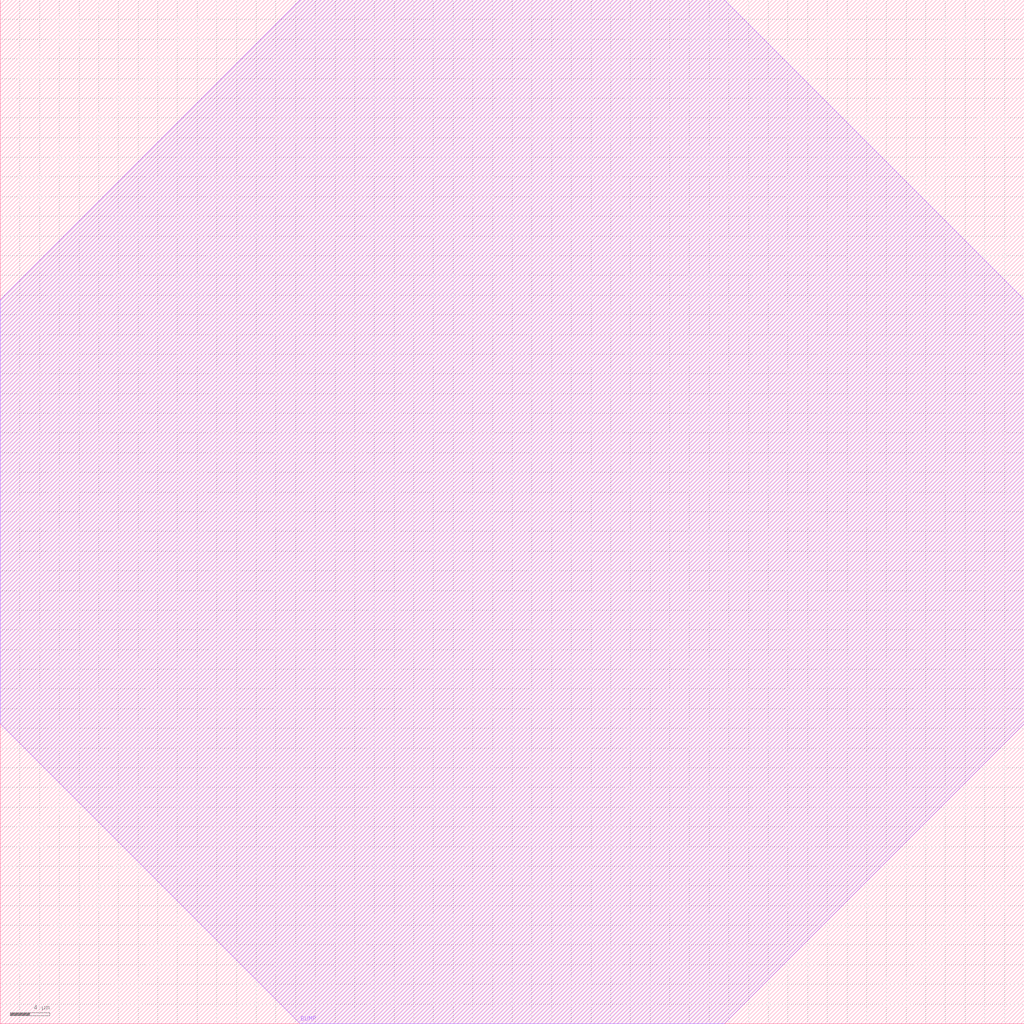
<source format=lef>
###############################################################################
#TSMC Library/IP Product
#Filename: tpb018v.lef
#Technology: 018
#Product Type: I/O PAD
#Product Name: tpb018v
#Version: 180a
###############################################################################
# 
#STATEMENT OF USE
#
#This information contains confidential and proprietary information of TSMC.
#No part of this information may be reproduced, transmitted, transcribed,
#stored in a retrieval system, or translated into any human or computer
#language, in any form or by any means, electronic, mechanical, magnetic,
#optical, chemical, manual, or otherwise, without the prior written permission
#of TSMC. This information was prepared for informational purpose and is for
#use by TSMC's customers only. TSMC reserves the right to make changes in the
#information at any time and without notice.
# 
###############################################################################

MACRO PAD100APB
    CLASS COVER BUMP ;
    FOREIGN PAD100APB 0.000 0.000  ;

    SIZE 104.000 BY 104.000 ;
    SYMMETRY X Y R90 ;
    PIN BUMP
     DIRECTION INOUT ;
     USE SIGNAL ;
      PORT
       CLASS CORE ;
       LAYER PPI ;
       POLYGON 30.445 0 0 30.445 0 73.53 30.47 104 73.53 104 104 73.53 104 30.47 73.53 0 ;
      END
     END BUMP
END PAD100APB

MACRO PAD80APB
    CLASS COVER BUMP ;
    FOREIGN PAD80APB 0.000 0.000  ;

    SIZE 84.000 BY 84.000 ;
    SYMMETRY X Y R90 ;
    PIN BUMP
     DIRECTION INOUT ;
     USE SIGNAL ;
      PORT
       CLASS CORE ;
       LAYER PPI ;
       POLYGON 24.6 0 0 24.6 0 59.39 24.61 84 59.39 84 84 59.39 84 24.61 59.39 0 ;
      END
     END BUMP
END PAD80APB

MACRO PAD85APB
    CLASS COVER BUMP ;
    FOREIGN PAD85APB 0.000 0.000  ;

    SIZE 89.000 BY 89.000 ;
    SYMMETRY X Y R90 ;
    PIN BUMP
     DIRECTION INOUT ;
     USE SIGNAL ;
      PORT
       CLASS CORE ;
       LAYER PPI ;
       POLYGON 26.06 0 0 26.06 0 62.925 26.075 89 62.925 89 89 62.925 89 26.075 62.925 0 ;
      END
     END BUMP
END PAD85APB

MACRO PAD90APB
    CLASS COVER BUMP ;
    FOREIGN PAD90APB 0.000 0.000  ;

    SIZE 94.000 BY 94.000 ;
    SYMMETRY X Y R90 ;
    PIN BUMP
     DIRECTION INOUT ;
     USE SIGNAL ;
      PORT
       CLASS CORE ;
       LAYER PPI ;
       POLYGON 27.52 0 0 27.52 0 66.46 27.54 94 66.46 94 94 66.46 94 27.54 66.46 0 ;
      END
     END BUMP
END PAD90APB

END LIBRARY

</source>
